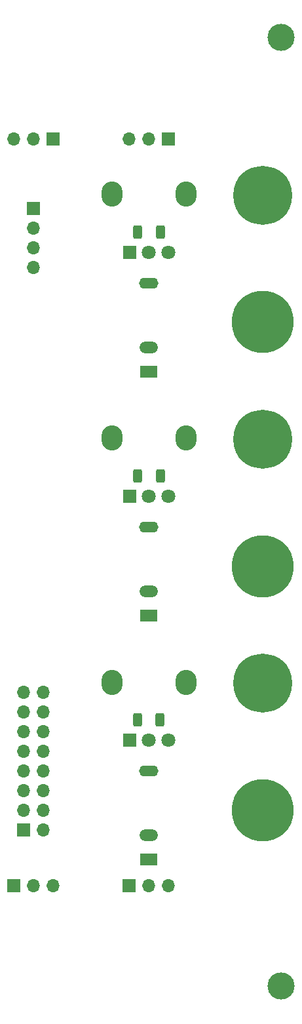
<source format=gbr>
%TF.GenerationSoftware,KiCad,Pcbnew,(6.0.0)*%
%TF.CreationDate,2022-02-24T10:47:42+08:00*%
%TF.ProjectId,LedController 2HP sandwich,4c656443-6f6e-4747-926f-6c6c65722032,rev?*%
%TF.SameCoordinates,Original*%
%TF.FileFunction,Soldermask,Bot*%
%TF.FilePolarity,Negative*%
%FSLAX46Y46*%
G04 Gerber Fmt 4.6, Leading zero omitted, Abs format (unit mm)*
G04 Created by KiCad (PCBNEW (6.0.0)) date 2022-02-24 10:47:42*
%MOMM*%
%LPD*%
G01*
G04 APERTURE LIST*
G04 Aperture macros list*
%AMRoundRect*
0 Rectangle with rounded corners*
0 $1 Rounding radius*
0 $2 $3 $4 $5 $6 $7 $8 $9 X,Y pos of 4 corners*
0 Add a 4 corners polygon primitive as box body*
4,1,4,$2,$3,$4,$5,$6,$7,$8,$9,$2,$3,0*
0 Add four circle primitives for the rounded corners*
1,1,$1+$1,$2,$3*
1,1,$1+$1,$4,$5*
1,1,$1+$1,$6,$7*
1,1,$1+$1,$8,$9*
0 Add four rect primitives between the rounded corners*
20,1,$1+$1,$2,$3,$4,$5,0*
20,1,$1+$1,$4,$5,$6,$7,0*
20,1,$1+$1,$6,$7,$8,$9,0*
20,1,$1+$1,$8,$9,$2,$3,0*%
G04 Aperture macros list end*
%ADD10O,2.720000X3.240000*%
%ADD11R,1.800000X1.800000*%
%ADD12C,1.800000*%
%ADD13R,2.200000X1.500000*%
%ADD14O,2.500000X1.400000*%
%ADD15O,2.400000X1.500000*%
%ADD16R,1.700000X1.700000*%
%ADD17O,1.700000X1.700000*%
%ADD18C,8.000000*%
%ADD19C,7.612000*%
%ADD20C,3.500000*%
%ADD21RoundRect,0.250000X-0.312500X-0.625000X0.312500X-0.625000X0.312500X0.625000X-0.312500X0.625000X0*%
G04 APERTURE END LIST*
D10*
%TO.C,RV2*%
X15110000Y-40387185D03*
X24710000Y-40387185D03*
D11*
X17410000Y-47887185D03*
D12*
X19910000Y-47887185D03*
X22410000Y-47887185D03*
%TD*%
D10*
%TO.C,RV3*%
X15110000Y-8862463D03*
X24710000Y-8862463D03*
D11*
X17410000Y-16362463D03*
D12*
X19910000Y-16362463D03*
X22410000Y-16362463D03*
%TD*%
D13*
%TO.C,J1*%
X19910000Y-94793050D03*
D14*
X19910000Y-83393050D03*
D15*
X19910000Y-91693050D03*
%TD*%
D13*
%TO.C,J2*%
X19910000Y-63274016D03*
D14*
X19910000Y-51874016D03*
D15*
X19910000Y-60174016D03*
%TD*%
D13*
%TO.C,J3*%
X19910000Y-31754983D03*
D14*
X19910000Y-20354983D03*
D15*
X19910000Y-28654983D03*
%TD*%
D10*
%TO.C,RV1*%
X15110000Y-71911907D03*
X24710000Y-71911907D03*
D11*
X17410000Y-79411907D03*
D12*
X19910000Y-79411907D03*
X22410000Y-79411907D03*
%TD*%
D16*
%TO.C,REF\u002A\u002A*%
X7525000Y-1760000D03*
D17*
X4985000Y-1760000D03*
X2445000Y-1760000D03*
%TD*%
D18*
%TO.C,*%
X34584447Y-25392520D03*
%TD*%
%TO.C,*%
X34584447Y-88430587D03*
%TD*%
D16*
%TO.C,REF\u002A\u002A*%
X2475000Y-98140000D03*
D17*
X5015000Y-98140000D03*
X7555000Y-98140000D03*
%TD*%
D19*
%TO.C,*%
X34584447Y-72029444D03*
%TD*%
D20*
%TO.C,U$1*%
X36992500Y11362500D03*
X36992500Y-111137500D03*
%TD*%
D19*
%TO.C,*%
X34584447Y-8980000D03*
%TD*%
D18*
%TO.C,*%
X34584447Y-56911553D03*
%TD*%
D19*
%TO.C,*%
X34584447Y-40504722D03*
%TD*%
D21*
%TO.C,R1*%
X18437500Y-76790000D03*
X21362500Y-76790000D03*
%TD*%
%TO.C,R2*%
X18447500Y-45239145D03*
X21372500Y-45239145D03*
%TD*%
%TO.C,R3*%
X18447500Y-13733363D03*
X21372500Y-13733363D03*
%TD*%
D16*
%TO.C,J4*%
X3725000Y-90935000D03*
D17*
X6265000Y-90935000D03*
X3725000Y-88395000D03*
X6265000Y-88395000D03*
X3725000Y-85855000D03*
X6265000Y-85855000D03*
X3725000Y-83315000D03*
X6265000Y-83315000D03*
X3725000Y-80775000D03*
X6265000Y-80775000D03*
X3725000Y-78235000D03*
X6265000Y-78235000D03*
X3725000Y-75695000D03*
X6265000Y-75695000D03*
X3725000Y-73155000D03*
X6265000Y-73155000D03*
%TD*%
D16*
%TO.C,J5*%
X5000000Y-10750000D03*
D17*
X5000000Y-13290000D03*
X5000000Y-15830000D03*
X5000000Y-18370000D03*
%TD*%
D16*
%TO.C,REF\u002A\u002A*%
X22435000Y-1750000D03*
D17*
X19895000Y-1750000D03*
X17355000Y-1750000D03*
%TD*%
D16*
%TO.C,REF\u002A\u002A*%
X17385000Y-98190000D03*
D17*
X19925000Y-98190000D03*
X22465000Y-98190000D03*
%TD*%
M02*

</source>
